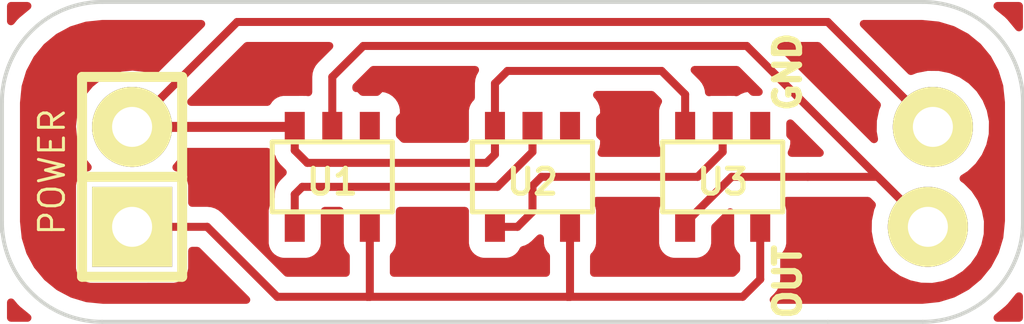
<source format=kicad_pcb>
(kicad_pcb (version 3) (host pcbnew "(2013-june-11)-stable")

  (general
    (links 11)
    (no_connects 0)
    (area 223.930482 130.570112 249.665066 141.209888)
    (thickness 1.6)
    (drawings 11)
    (tracks 47)
    (zones 0)
    (modules 6)
    (nets 6)
  )

  (page A4)
  (layers
    (15 F.Cu signal)
    (0 B.Cu signal)
    (16 B.Adhes user)
    (17 F.Adhes user)
    (18 B.Paste user)
    (19 F.Paste user)
    (20 B.SilkS user)
    (21 F.SilkS user)
    (22 B.Mask user)
    (23 F.Mask user)
    (24 Dwgs.User user)
    (25 Cmts.User user)
    (26 Eco1.User user)
    (27 Eco2.User user)
    (28 Edge.Cuts user)
  )

  (setup
    (last_trace_width 0.2032)
    (trace_clearance 0.4064)
    (zone_clearance 0.4064)
    (zone_45_only no)
    (trace_min 0.2032)
    (segment_width 0.2)
    (edge_width 0.1)
    (via_size 0.889)
    (via_drill 0.635)
    (via_min_size 0.889)
    (via_min_drill 0.508)
    (uvia_size 0.508)
    (uvia_drill 0.127)
    (uvias_allowed no)
    (uvia_min_size 0.508)
    (uvia_min_drill 0.127)
    (pcb_text_width 0.3)
    (pcb_text_size 1.5 1.5)
    (mod_edge_width 0.15)
    (mod_text_size 1 1)
    (mod_text_width 0.15)
    (pad_size 2.032 2.032)
    (pad_drill 1.016)
    (pad_to_mask_clearance 0)
    (aux_axis_origin 0 0)
    (visible_elements FFFFFF3F)
    (pcbplotparams
      (layerselection 284196865)
      (usegerberextensions true)
      (excludeedgelayer true)
      (linewidth 0.150000)
      (plotframeref false)
      (viasonmask false)
      (mode 1)
      (useauxorigin false)
      (hpglpennumber 1)
      (hpglpenspeed 20)
      (hpglpendiameter 15)
      (hpglpenoverlay 2)
      (psnegative false)
      (psa4output false)
      (plotreference true)
      (plotvalue true)
      (plotothertext true)
      (plotinvisibletext false)
      (padsonsilk false)
      (subtractmaskfromsilk false)
      (outputformat 1)
      (mirror false)
      (drillshape 0)
      (scaleselection 1)
      (outputdirectory gerbers/))
  )

  (net 0 "")
  (net 1 +3.3V)
  (net 2 GND)
  (net 3 "Net-(OUTPUT1-Pad1)")
  (net 4 "Net-(U1-Pad4)")
  (net 5 "Net-(U2-Pad4)")

  (net_class Default "This is the default net class."
    (clearance 0.4064)
    (trace_width 0.2032)
    (via_dia 0.889)
    (via_drill 0.635)
    (uvia_dia 0.508)
    (uvia_drill 0.127)
    (add_net "")
    (add_net +3.3V)
    (add_net GND)
    (add_net "Net-(OUTPUT1-Pad1)")
    (add_net "Net-(U1-Pad4)")
    (add_net "Net-(U2-Pad4)")
  )

  (module Pin_Headers:Pin_Header_Straight_1x02 (layer F.Cu) (tedit 54E78CBE) (tstamp 54E548E6)
    (at 227.33 135.89 90)
    (descr "1 pin")
    (tags "CONN DEV")
    (path /54E54842)
    (fp_text reference POWER (at 0.127 -2.032 90) (layer F.SilkS)
      (effects (font (size 0.635 0.635) (thickness 0.0762)))
    )
    (fp_text value BATTERY (at 0 0 90) (layer F.SilkS) hide
      (effects (font (size 1.27 1.27) (thickness 0.2032)))
    )
    (fp_line (start 0 -1.27) (end 0 1.27) (layer F.SilkS) (width 0.254))
    (fp_line (start -2.54 -1.27) (end -2.54 1.27) (layer F.SilkS) (width 0.254))
    (fp_line (start -2.54 1.27) (end 0 1.27) (layer F.SilkS) (width 0.254))
    (fp_line (start 0 1.27) (end 2.54 1.27) (layer F.SilkS) (width 0.254))
    (fp_line (start 2.54 1.27) (end 2.54 -1.27) (layer F.SilkS) (width 0.254))
    (fp_line (start 2.54 -1.27) (end -2.54 -1.27) (layer F.SilkS) (width 0.254))
    (pad 1 thru_hole rect (at -1.27 0 90) (size 2.032 2.032) (drill 1.016)
      (layers *.Cu *.Mask F.SilkS)
      (net 1 +3.3V)
    )
    (pad 2 thru_hole oval (at 1.27 0 90) (size 2.032 2.032) (drill 1.016)
      (layers *.Cu *.Mask F.SilkS)
      (net 2 GND)
    )
    (model Pin_Headers/Pin_Header_Straight_1x02.wrl
      (at (xyz 0 0 0))
      (scale (xyz 1 1 1))
      (rotate (xyz 0 0 0))
    )
  )

  (module SMD_Packages:SOT23-5 (layer F.Cu) (tedit 54E7610A) (tstamp 54E54E5B)
    (at 232.41 135.89 180)
    (path /54E54BA7)
    (attr smd)
    (fp_text reference U1 (at 0 -0.127 180) (layer F.SilkS)
      (effects (font (size 0.635 0.635) (thickness 0.127)))
    )
    (fp_text value 74AHC1G14 (at 0 0 180) (layer F.SilkS) hide
      (effects (font (size 0.635 0.635) (thickness 0.127)))
    )
    (fp_line (start 1.524 -0.889) (end 1.524 0.889) (layer F.SilkS) (width 0.127))
    (fp_line (start 1.524 0.889) (end -1.524 0.889) (layer F.SilkS) (width 0.127))
    (fp_line (start -1.524 0.889) (end -1.524 -0.889) (layer F.SilkS) (width 0.127))
    (fp_line (start -1.524 -0.889) (end 1.524 -0.889) (layer F.SilkS) (width 0.127))
    (pad 1 smd rect (at -0.9525 1.27 180) (size 0.508 0.762)
      (layers F.Cu F.Paste F.Mask)
    )
    (pad 3 smd rect (at 0.9525 1.27 180) (size 0.508 0.762)
      (layers F.Cu F.Paste F.Mask)
      (net 2 GND)
    )
    (pad 5 smd rect (at -0.9525 -1.27 180) (size 0.508 0.762)
      (layers F.Cu F.Paste F.Mask)
      (net 1 +3.3V)
    )
    (pad 2 smd rect (at 0 1.27 180) (size 0.508 0.762)
      (layers F.Cu F.Paste F.Mask)
      (net 3 "Net-(OUTPUT1-Pad1)")
    )
    (pad 4 smd rect (at 0.9525 -1.27 180) (size 0.508 0.762)
      (layers F.Cu F.Paste F.Mask)
      (net 4 "Net-(U1-Pad4)")
    )
    (model smd/SOT23_5.wrl
      (at (xyz 0 0 0))
      (scale (xyz 0.1 0.1 0.1))
      (rotate (xyz 0 0 0))
    )
  )

  (module SMD_Packages:SOT23-5 (layer F.Cu) (tedit 54E76111) (tstamp 54E54E68)
    (at 237.49 135.89 180)
    (path /54E54BB9)
    (attr smd)
    (fp_text reference U2 (at 0 -0.127 180) (layer F.SilkS)
      (effects (font (size 0.635 0.635) (thickness 0.127)))
    )
    (fp_text value 74AHC1G14 (at 0 0 180) (layer F.SilkS) hide
      (effects (font (size 0.635 0.635) (thickness 0.127)))
    )
    (fp_line (start 1.524 -0.889) (end 1.524 0.889) (layer F.SilkS) (width 0.127))
    (fp_line (start 1.524 0.889) (end -1.524 0.889) (layer F.SilkS) (width 0.127))
    (fp_line (start -1.524 0.889) (end -1.524 -0.889) (layer F.SilkS) (width 0.127))
    (fp_line (start -1.524 -0.889) (end 1.524 -0.889) (layer F.SilkS) (width 0.127))
    (pad 1 smd rect (at -0.9525 1.27 180) (size 0.508 0.762)
      (layers F.Cu F.Paste F.Mask)
    )
    (pad 3 smd rect (at 0.9525 1.27 180) (size 0.508 0.762)
      (layers F.Cu F.Paste F.Mask)
      (net 2 GND)
    )
    (pad 5 smd rect (at -0.9525 -1.27 180) (size 0.508 0.762)
      (layers F.Cu F.Paste F.Mask)
      (net 1 +3.3V)
    )
    (pad 2 smd rect (at 0 1.27 180) (size 0.508 0.762)
      (layers F.Cu F.Paste F.Mask)
      (net 4 "Net-(U1-Pad4)")
    )
    (pad 4 smd rect (at 0.9525 -1.27 180) (size 0.508 0.762)
      (layers F.Cu F.Paste F.Mask)
      (net 5 "Net-(U2-Pad4)")
    )
    (model smd/SOT23_5.wrl
      (at (xyz 0 0 0))
      (scale (xyz 0.1 0.1 0.1))
      (rotate (xyz 0 0 0))
    )
  )

  (module SMD_Packages:SOT23-5 (layer F.Cu) (tedit 54E76116) (tstamp 54E54E75)
    (at 242.316 135.89 180)
    (path /54E54BC4)
    (attr smd)
    (fp_text reference U3 (at 0 -0.127 180) (layer F.SilkS)
      (effects (font (size 0.635 0.635) (thickness 0.127)))
    )
    (fp_text value 74AHC1G14 (at 0 0 180) (layer F.SilkS) hide
      (effects (font (size 0.635 0.635) (thickness 0.127)))
    )
    (fp_line (start 1.524 -0.889) (end 1.524 0.889) (layer F.SilkS) (width 0.127))
    (fp_line (start 1.524 0.889) (end -1.524 0.889) (layer F.SilkS) (width 0.127))
    (fp_line (start -1.524 0.889) (end -1.524 -0.889) (layer F.SilkS) (width 0.127))
    (fp_line (start -1.524 -0.889) (end 1.524 -0.889) (layer F.SilkS) (width 0.127))
    (pad 1 smd rect (at -0.9525 1.27 180) (size 0.508 0.762)
      (layers F.Cu F.Paste F.Mask)
    )
    (pad 3 smd rect (at 0.9525 1.27 180) (size 0.508 0.762)
      (layers F.Cu F.Paste F.Mask)
      (net 2 GND)
    )
    (pad 5 smd rect (at -0.9525 -1.27 180) (size 0.508 0.762)
      (layers F.Cu F.Paste F.Mask)
      (net 1 +3.3V)
    )
    (pad 2 smd rect (at 0 1.27 180) (size 0.508 0.762)
      (layers F.Cu F.Paste F.Mask)
      (net 5 "Net-(U2-Pad4)")
    )
    (pad 4 smd rect (at 0.9525 -1.27 180) (size 0.508 0.762)
      (layers F.Cu F.Paste F.Mask)
      (net 3 "Net-(OUTPUT1-Pad1)")
    )
    (model smd/SOT23_5.wrl
      (at (xyz 0 0 0))
      (scale (xyz 0.1 0.1 0.1))
      (rotate (xyz 0 0 0))
    )
  )

  (module Connect:1pin (layer F.Cu) (tedit 54E76015) (tstamp 54E75C57)
    (at 247.523 137.16)
    (descr "module 1 pin (ou trou mecanique de percage)")
    (tags DEV)
    (path /54E547BF)
    (fp_text reference OUTPUT1 (at -6.096 1.651) (layer F.SilkS) hide
      (effects (font (size 1.016 1.016) (thickness 0.254)))
    )
    (fp_text value CONN_1 (at 0 2.794) (layer F.SilkS) hide
      (effects (font (size 1.016 1.016) (thickness 0.254)))
    )
    (pad 1 thru_hole circle (at 0 0) (size 2.032 2.032) (drill 1.016)
      (layers *.Cu *.Mask F.SilkS)
      (net 3 "Net-(OUTPUT1-Pad1)")
    )
  )

  (module Connect:1pin (layer F.Cu) (tedit 54E76015) (tstamp 54E75C49)
    (at 247.65 134.62)
    (descr "module 1 pin (ou trou mecanique de percage)")
    (tags DEV)
    (path /54E55124)
    (fp_text reference GND1 (at -6.096 1.651) (layer F.SilkS) hide
      (effects (font (size 1.016 1.016) (thickness 0.254)))
    )
    (fp_text value CONN_1 (at 0 2.794) (layer F.SilkS) hide
      (effects (font (size 1.016 1.016) (thickness 0.254)))
    )
    (pad 1 thru_hole circle (at 0 0) (size 2.032 2.032) (drill 1.016)
      (layers *.Cu *.Mask F.SilkS)
      (net 2 GND)
    )
  )

  (gr_line (start 249.936 133.985) (end 249.936 137.033) (angle 90) (layer Edge.Cuts) (width 0.1))
  (gr_line (start 224.028 133.985) (end 224.028 137.287) (angle 90) (layer Edge.Cuts) (width 0.1))
  (gr_line (start 226.568 131.445) (end 247.396 131.445) (angle 90) (layer Edge.Cuts) (width 0.1))
  (gr_line (start 244.983 139.573) (end 247.396 139.573) (angle 90) (layer Edge.Cuts) (width 0.1))
  (gr_line (start 244.983 139.573) (end 226.568 139.573) (angle 90) (layer Edge.Cuts) (width 0.1))
  (gr_arc (start 247.396 133.985) (end 247.396 131.445) (angle 90) (layer Edge.Cuts) (width 0.1))
  (gr_arc (start 247.396 137.033) (end 249.936 137.033) (angle 90) (layer Edge.Cuts) (width 0.1))
  (gr_arc (start 226.568 137.033) (end 226.568 139.573) (angle 90) (layer Edge.Cuts) (width 0.1))
  (gr_arc (start 226.568 133.985) (end 224.028 133.985) (angle 90) (layer Edge.Cuts) (width 0.1))
  (gr_text GND (at 243.967 133.223 90) (layer F.SilkS)
    (effects (font (size 0.635 0.635) (thickness 0.15875)))
  )
  (gr_text OUT (at 243.967 138.557 90) (layer F.SilkS)
    (effects (font (size 0.635 0.635) (thickness 0.15875)))
  )

  (segment (start 233.3625 137.16) (end 233.3625 138.938) (width 0.2032) (layer F.Cu) (net 1))
  (segment (start 233.3625 138.938) (end 233.299 138.938) (width 0.2032) (layer F.Cu) (net 1) (tstamp 54E78647))
  (segment (start 238.4425 137.16) (end 238.4425 138.938) (width 0.2032) (layer F.Cu) (net 1))
  (segment (start 238.4425 138.938) (end 238.379 138.938) (width 0.2032) (layer F.Cu) (net 1) (tstamp 54E78642))
  (segment (start 227.33 137.16) (end 229.235 137.16) (width 0.2032) (layer F.Cu) (net 1))
  (segment (start 243.2685 138.4935) (end 243.2685 137.16) (width 0.2032) (layer F.Cu) (net 1) (tstamp 54E7863E))
  (segment (start 242.824 138.938) (end 243.2685 138.4935) (width 0.2032) (layer F.Cu) (net 1) (tstamp 54E7863C))
  (segment (start 231.013 138.938) (end 233.299 138.938) (width 0.2032) (layer F.Cu) (net 1) (tstamp 54E7863A))
  (segment (start 233.299 138.938) (end 238.379 138.938) (width 0.2032) (layer F.Cu) (net 1) (tstamp 54E7864A))
  (segment (start 238.379 138.938) (end 242.824 138.938) (width 0.2032) (layer F.Cu) (net 1) (tstamp 54E78645))
  (segment (start 229.235 137.16) (end 231.013 138.938) (width 0.2032) (layer F.Cu) (net 1) (tstamp 54E78634))
  (segment (start 247.65 134.62) (end 244.983 131.953) (width 0.2032) (layer F.Cu) (net 2))
  (segment (start 229.997 131.953) (end 227.33 134.62) (width 0.2032) (layer F.Cu) (net 2) (tstamp 54E78B44))
  (segment (start 233.045 131.953) (end 229.997 131.953) (width 0.2032) (layer F.Cu) (net 2) (tstamp 54E78B40))
  (segment (start 244.983 131.953) (end 233.045 131.953) (width 0.2032) (layer F.Cu) (net 2) (tstamp 54E78B33))
  (segment (start 231.4575 134.62) (end 231.4575 135.216898) (width 0.2032) (layer F.Cu) (net 2))
  (segment (start 236.5375 135.3185) (end 236.5375 134.62) (width 0.2032) (layer F.Cu) (net 2) (tstamp 54E78A16))
  (segment (start 236.321602 135.534398) (end 236.5375 135.3185) (width 0.2032) (layer F.Cu) (net 2) (tstamp 54E78A13))
  (segment (start 231.775 135.534398) (end 236.321602 135.534398) (width 0.2032) (layer F.Cu) (net 2) (tstamp 54E78A0B))
  (segment (start 231.4575 135.216898) (end 231.775 135.534398) (width 0.2032) (layer F.Cu) (net 2) (tstamp 54E78A08))
  (segment (start 236.5375 134.62) (end 236.5375 133.515102) (width 0.2032) (layer F.Cu) (net 2))
  (segment (start 241.3635 133.7945) (end 241.3635 134.62) (width 0.2032) (layer F.Cu) (net 2) (tstamp 54E78984))
  (segment (start 240.766602 133.197602) (end 241.3635 133.7945) (width 0.2032) (layer F.Cu) (net 2) (tstamp 54E78983))
  (segment (start 236.855 133.197602) (end 240.766602 133.197602) (width 0.2032) (layer F.Cu) (net 2) (tstamp 54E78981))
  (segment (start 236.5375 133.515102) (end 236.855 133.197602) (width 0.2032) (layer F.Cu) (net 2) (tstamp 54E7897C))
  (segment (start 227.33 134.62) (end 231.4575 134.62) (width 0.254) (layer F.Cu) (net 2))
  (segment (start 232.41 134.62) (end 232.41 133.35) (width 0.2032) (layer F.Cu) (net 3))
  (segment (start 242.925602 132.562602) (end 247.523 137.16) (width 0.2032) (layer F.Cu) (net 3) (tstamp 54E78BA2))
  (segment (start 233.197398 132.562602) (end 242.925602 132.562602) (width 0.2032) (layer F.Cu) (net 3) (tstamp 54E78B9D))
  (segment (start 232.41 133.35) (end 233.197398 132.562602) (width 0.2032) (layer F.Cu) (net 3) (tstamp 54E78B9A))
  (segment (start 244.475 135.89) (end 246.253 135.89) (width 0.2032) (layer F.Cu) (net 3))
  (segment (start 241.3635 137.069608) (end 242.543108 135.89) (width 0.2032) (layer F.Cu) (net 3) (tstamp 54E78948))
  (segment (start 242.543108 135.89) (end 244.475 135.89) (width 0.2032) (layer F.Cu) (net 3) (tstamp 54E78957))
  (segment (start 241.3635 137.16) (end 241.3635 137.069608) (width 0.2032) (layer F.Cu) (net 3))
  (segment (start 246.253 135.89) (end 247.523 137.16) (width 0.2032) (layer F.Cu) (net 3) (tstamp 54E7895C))
  (segment (start 231.4575 137.16) (end 231.4575 136.3345) (width 0.2032) (layer F.Cu) (net 4))
  (segment (start 237.49 135.255) (end 237.49 134.62) (width 0.2032) (layer F.Cu) (net 4) (tstamp 54E785ED))
  (segment (start 236.601 136.144) (end 237.49 135.255) (width 0.2032) (layer F.Cu) (net 4) (tstamp 54E785EA))
  (segment (start 231.648 136.144) (end 236.601 136.144) (width 0.2032) (layer F.Cu) (net 4) (tstamp 54E785E5))
  (segment (start 231.4575 136.3345) (end 231.648 136.144) (width 0.2032) (layer F.Cu) (net 4) (tstamp 54E785E3))
  (segment (start 236.5375 137.16) (end 237.109 137.16) (width 0.2032) (layer F.Cu) (net 5))
  (segment (start 242.316 135.255) (end 242.316 134.62) (width 0.2032) (layer F.Cu) (net 5) (tstamp 54E78BCF))
  (segment (start 241.681 135.89) (end 242.316 135.255) (width 0.2032) (layer F.Cu) (net 5) (tstamp 54E78BCC))
  (segment (start 237.717108 135.89) (end 241.681 135.89) (width 0.2032) (layer F.Cu) (net 5) (tstamp 54E78BC9))
  (segment (start 237.49 136.117108) (end 237.717108 135.89) (width 0.2032) (layer F.Cu) (net 5) (tstamp 54E78BC6))
  (segment (start 237.49 136.779) (end 237.49 136.117108) (width 0.2032) (layer F.Cu) (net 5) (tstamp 54E78BC4))
  (segment (start 237.109 137.16) (end 237.49 136.779) (width 0.2032) (layer F.Cu) (net 5) (tstamp 54E78BBE))

  (zone (net 0) (net_name "") (layer F.Cu) (tstamp 54E786C9) (hatch edge 0.508)
    (connect_pads (clearance 0.4064))
    (min_thickness 0.2032)
    (fill (arc_segments 32) (thermal_gap 0.508) (thermal_bridge_width 0.508))
    (polygon
      (pts
        (xy 249.936 139.573) (xy 224.155 139.573) (xy 224.155 131.445) (xy 249.936 131.445)
      )
    )
    (filled_polygon
      (pts
        (xy 224.674349 131.5466) (xy 224.410007 131.765283) (xy 224.374362 131.801177) (xy 224.338237 131.836554) (xy 224.333271 131.842557)
        (xy 224.2566 131.936564) (xy 224.2566 131.5466) (xy 224.674349 131.5466)
      )
    )
    (filled_polygon
      (pts
        (xy 224.675281 139.4714) (xy 224.2566 139.4714) (xy 224.2566 139.080166) (xy 224.348283 139.190992) (xy 224.384138 139.226598)
        (xy 224.419553 139.262763) (xy 224.425557 139.267729) (xy 224.675281 139.4714)
      )
    )
    (filled_polygon
      (pts
        (xy 230.227895 139.015) (xy 226.59529 139.015) (xy 226.183544 138.974627) (xy 225.813739 138.862977) (xy 225.472656 138.68162)
        (xy 225.173304 138.437474) (xy 224.927064 138.139822) (xy 224.743334 137.800019) (xy 224.629103 137.430998) (xy 224.586 137.0209)
        (xy 224.586 134.012291) (xy 224.626372 133.600545) (xy 224.738023 133.230739) (xy 224.919379 132.889656) (xy 225.16353 132.590299)
        (xy 225.461173 132.344067) (xy 225.800981 132.160333) (xy 226.170005 132.046102) (xy 226.580098 132.003) (xy 229.084895 132.003)
        (xy 227.889734 133.198161) (xy 227.636443 133.119754) (xy 227.340639 133.088664) (xy 227.044431 133.115621) (xy 226.7591 133.199599)
        (xy 226.495514 133.337398) (xy 226.263713 133.523771) (xy 226.072527 133.751617) (xy 225.929238 134.01226) (xy 225.839303 134.29577)
        (xy 225.806149 134.591349) (xy 225.806 134.612627) (xy 225.806 134.627373) (xy 225.835024 134.923386) (xy 225.920992 135.208124)
        (xy 226.060628 135.470742) (xy 226.204956 135.647706) (xy 226.166462 135.655329) (xy 226.074355 135.693293) (xy 225.991376 135.748424)
        (xy 225.920686 135.818622) (xy 225.864977 135.901214) (xy 225.826371 135.993054) (xy 225.806339 136.090643) (xy 225.805644 136.190264)
        (xy 225.805979 138.225812) (xy 225.825329 138.323538) (xy 225.863293 138.415645) (xy 225.918424 138.498624) (xy 225.988622 138.569314)
        (xy 226.071214 138.625023) (xy 226.163054 138.663629) (xy 226.260643 138.683661) (xy 226.360264 138.684356) (xy 228.395812 138.684021)
        (xy 228.493538 138.664671) (xy 228.585645 138.626707) (xy 228.668624 138.571576) (xy 228.739314 138.501378) (xy 228.795023 138.418786)
        (xy 228.833629 138.326946) (xy 228.853661 138.229357) (xy 228.854356 138.129736) (xy 228.854296 137.7696) (xy 228.982495 137.7696)
        (xy 230.227895 139.015)
      )
    )
    (filled_polygon
      (pts
        (xy 232.335295 132.5626) (xy 231.978948 132.918948) (xy 231.94323 132.962431) (xy 231.907011 133.005596) (xy 231.905466 133.008404)
        (xy 231.903432 133.010882) (xy 231.876826 133.060501) (xy 231.849695 133.109853) (xy 231.848725 133.112909) (xy 231.847211 133.115734)
        (xy 231.830757 133.169552) (xy 231.813721 133.223257) (xy 231.813363 133.226445) (xy 231.812427 133.229508) (xy 231.806742 133.285473)
        (xy 231.800459 133.341489) (xy 231.800415 133.347758) (xy 231.800404 133.347872) (xy 231.800414 133.347977) (xy 231.8004 133.35)
        (xy 231.8004 133.738634) (xy 231.764857 133.731339) (xy 231.665236 133.730644) (xy 231.153688 133.730979) (xy 231.055962 133.750329)
        (xy 230.963855 133.788293) (xy 230.880876 133.843424) (xy 230.810186 133.913622) (xy 230.76204 133.985) (xy 228.827104 133.985)
        (xy 230.249504 132.5626) (xy 232.335295 132.5626)
      )
    )
    (filled_polygon
      (pts
        (xy 232.7529 138.3284) (xy 231.265504 138.3284) (xy 229.666052 136.728948) (xy 229.622568 136.69323) (xy 229.579404 136.657011)
        (xy 229.576595 136.655466) (xy 229.574118 136.653432) (xy 229.524498 136.626826) (xy 229.475147 136.599695) (xy 229.47209 136.598725)
        (xy 229.469266 136.597211) (xy 229.415447 136.580757) (xy 229.361743 136.563721) (xy 229.358554 136.563363) (xy 229.355492 136.562427)
        (xy 229.299526 136.556742) (xy 229.243511 136.550459) (xy 229.237241 136.550415) (xy 229.237128 136.550404) (xy 229.237022 136.550414)
        (xy 229.235 136.5504) (xy 228.854096 136.5504) (xy 228.854021 136.094188) (xy 228.834671 135.996462) (xy 228.796707 135.904355)
        (xy 228.741576 135.821376) (xy 228.671378 135.750686) (xy 228.588786 135.694977) (xy 228.496946 135.656371) (xy 228.453924 135.647539)
        (xy 228.587473 135.488383) (xy 228.715775 135.255) (xy 230.76233 135.255) (xy 230.807924 135.323624) (xy 230.876914 135.393098)
        (xy 230.891495 135.443284) (xy 230.89297 135.44613) (xy 230.893897 135.449199) (xy 230.92032 135.498893) (xy 230.946246 135.54891)
        (xy 230.948247 135.551417) (xy 230.949751 135.554245) (xy 230.985308 135.597842) (xy 231.020471 135.64189) (xy 231.024871 135.646351)
        (xy 231.024946 135.646443) (xy 231.02503 135.646513) (xy 231.026448 135.64795) (xy 231.154196 135.775698) (xy 231.026448 135.903448)
        (xy 230.99073 135.946931) (xy 230.954511 135.990096) (xy 230.952966 135.992904) (xy 230.950932 135.995382) (xy 230.924326 136.045001)
        (xy 230.897195 136.094353) (xy 230.896225 136.097409) (xy 230.894711 136.100234) (xy 230.878257 136.154052) (xy 230.861221 136.207757)
        (xy 230.860863 136.210945) (xy 230.859927 136.214008) (xy 230.854242 136.269973) (xy 230.847959 136.325989) (xy 230.847915 136.332258)
        (xy 230.847904 136.332372) (xy 230.847914 136.332477) (xy 230.8479 136.3345) (xy 230.8479 136.41617) (xy 230.810186 136.453622)
        (xy 230.754477 136.536214) (xy 230.715871 136.628054) (xy 230.695839 136.725643) (xy 230.695144 136.825264) (xy 230.695479 137.590812)
        (xy 230.714829 137.688538) (xy 230.752793 137.780645) (xy 230.807924 137.863624) (xy 230.878122 137.934314) (xy 230.960714 137.990023)
        (xy 231.052554 138.028629) (xy 231.150143 138.048661) (xy 231.249764 138.049356) (xy 231.761312 138.049021) (xy 231.859038 138.029671)
        (xy 231.951145 137.991707) (xy 232.034124 137.936576) (xy 232.104814 137.866378) (xy 232.160523 137.783786) (xy 232.199129 137.691946)
        (xy 232.219161 137.594357) (xy 232.219856 137.494736) (xy 232.219531 136.7536) (xy 232.600643 136.7536) (xy 232.600144 136.825264)
        (xy 232.600479 137.590812) (xy 232.619829 137.688538) (xy 232.657793 137.780645) (xy 232.712924 137.863624) (xy 232.7529 137.90388)
        (xy 232.7529 138.3284)
      )
    )
    (filled_polygon
      (pts
        (xy 236.033684 133.172202) (xy 236.032966 133.173506) (xy 236.030932 133.175984) (xy 236.004326 133.225603) (xy 235.977195 133.274955)
        (xy 235.976225 133.278011) (xy 235.974711 133.280836) (xy 235.958257 133.334654) (xy 235.941221 133.388359) (xy 235.940863 133.391547)
        (xy 235.939927 133.39461) (xy 235.934242 133.450575) (xy 235.927959 133.506591) (xy 235.927915 133.51286) (xy 235.927904 133.512974)
        (xy 235.927914 133.513079) (xy 235.9279 133.515102) (xy 235.9279 133.87617) (xy 235.890186 133.913622) (xy 235.834477 133.996214)
        (xy 235.795871 134.088054) (xy 235.775839 134.185643) (xy 235.775144 134.285264) (xy 235.775423 134.924798) (xy 234.226098 134.924798)
        (xy 234.124798 134.823498) (xy 234.12462 134.416679) (xy 234.2261 134.3152) (xy 234.226528 134.294517) (xy 234.225694 134.174971)
        (xy 234.201655 134.057864) (xy 234.155328 133.947656) (xy 234.088477 133.848546) (xy 234.003649 133.764308) (xy 233.904074 133.698151)
        (xy 233.793546 133.652594) (xy 233.676274 133.629374) (xy 233.6419 133.6294) (xy 233.540636 133.730663) (xy 233.184596 133.730896)
        (xy 233.0831 133.6294) (xy 233.048726 133.629374) (xy 233.0196 133.63514) (xy 233.0196 133.602504) (xy 233.449902 133.172202)
        (xy 236.033684 133.172202)
      )
    )
    (filled_polygon
      (pts
        (xy 237.8329 138.3284) (xy 233.9721 138.3284) (xy 233.9721 137.903829) (xy 234.009814 137.866378) (xy 234.065523 137.783786)
        (xy 234.104129 137.691946) (xy 234.124161 137.594357) (xy 234.124856 137.494736) (xy 234.124531 136.7536) (xy 235.775643 136.7536)
        (xy 235.775144 136.825264) (xy 235.775479 137.590812) (xy 235.794829 137.688538) (xy 235.832793 137.780645) (xy 235.887924 137.863624)
        (xy 235.958122 137.934314) (xy 236.040714 137.990023) (xy 236.132554 138.028629) (xy 236.230143 138.048661) (xy 236.329764 138.049356)
        (xy 236.841312 138.049021) (xy 236.939038 138.029671) (xy 237.031145 137.991707) (xy 237.114124 137.936576) (xy 237.184814 137.866378)
        (xy 237.240523 137.783786) (xy 237.254849 137.749703) (xy 237.2813 137.741718) (xy 237.335386 137.726005) (xy 237.338232 137.724529)
        (xy 237.341301 137.723603) (xy 237.390995 137.697179) (xy 237.441012 137.671254) (xy 237.443519 137.669252) (xy 237.446347 137.667749)
        (xy 237.489944 137.632191) (xy 237.533992 137.597029) (xy 237.538453 137.592628) (xy 237.538545 137.592554) (xy 237.538615 137.592469)
        (xy 237.540052 137.591052) (xy 237.680417 137.450686) (xy 237.680479 137.590812) (xy 237.699829 137.688538) (xy 237.737793 137.780645)
        (xy 237.792924 137.863624) (xy 237.8329 137.90388) (xy 237.8329 138.3284)
      )
    )
    (filled_polygon
      (pts
        (xy 240.685206 135.2804) (xy 239.240348 135.2804) (xy 239.281655 135.182136) (xy 239.305694 135.065029) (xy 239.306528 134.945483)
        (xy 239.3061 134.9248) (xy 239.204798 134.823498) (xy 239.20462 134.416679) (xy 239.3061 134.3152) (xy 239.306528 134.294517)
        (xy 239.305694 134.174971) (xy 239.281655 134.057864) (xy 239.235328 133.947656) (xy 239.168477 133.848546) (xy 239.126843 133.807202)
        (xy 240.514098 133.807202) (xy 240.677649 133.970753) (xy 240.660477 133.996214) (xy 240.621871 134.088054) (xy 240.601839 134.185643)
        (xy 240.601144 134.285264) (xy 240.601479 135.050812) (xy 240.620829 135.148538) (xy 240.658793 135.240645) (xy 240.685206 135.2804)
      )
    )
    (filled_polygon
      (pts
        (xy 242.6589 138.240995) (xy 242.571495 138.3284) (xy 239.0521 138.3284) (xy 239.0521 137.903829) (xy 239.089814 137.866378)
        (xy 239.145523 137.783786) (xy 239.184129 137.691946) (xy 239.204161 137.594357) (xy 239.204856 137.494736) (xy 239.204521 136.729188)
        (xy 239.185171 136.631462) (xy 239.147207 136.539355) (xy 239.120793 136.4996) (xy 240.685173 136.4996) (xy 240.660477 136.536214)
        (xy 240.621871 136.628054) (xy 240.601839 136.725643) (xy 240.601144 136.825264) (xy 240.601479 137.590812) (xy 240.620829 137.688538)
        (xy 240.658793 137.780645) (xy 240.713924 137.863624) (xy 240.784122 137.934314) (xy 240.866714 137.990023) (xy 240.958554 138.028629)
        (xy 241.056143 138.048661) (xy 241.155764 138.049356) (xy 241.667312 138.049021) (xy 241.765038 138.029671) (xy 241.857145 137.991707)
        (xy 241.940124 137.936576) (xy 242.010814 137.866378) (xy 242.066523 137.783786) (xy 242.105129 137.691946) (xy 242.125161 137.594357)
        (xy 242.125856 137.494736) (xy 242.125713 137.169498) (xy 242.506398 136.788814) (xy 242.506144 136.825264) (xy 242.506479 137.590812)
        (xy 242.525829 137.688538) (xy 242.563793 137.780645) (xy 242.618924 137.863624) (xy 242.6589 137.90388) (xy 242.6589 138.240995)
      )
    )
    (filled_polygon
      (pts
        (xy 243.231699 133.730804) (xy 243.090596 133.730896) (xy 242.9891 133.6294) (xy 242.954726 133.629374) (xy 242.837454 133.652594)
        (xy 242.726926 133.698151) (xy 242.664318 133.739747) (xy 242.623357 133.731339) (xy 242.523736 133.730644) (xy 242.012188 133.730979)
        (xy 241.967734 133.73978) (xy 241.967606 133.73847) (xy 241.962697 133.682363) (xy 241.961802 133.679285) (xy 241.96149 133.676095)
        (xy 241.945218 133.622199) (xy 241.929505 133.568114) (xy 241.928029 133.565267) (xy 241.927103 133.562199) (xy 241.900679 133.512504)
        (xy 241.874754 133.462488) (xy 241.872752 133.45998) (xy 241.871249 133.457153) (xy 241.835711 133.413579) (xy 241.800529 133.369507)
        (xy 241.796127 133.365045) (xy 241.796054 133.364955) (xy 241.79597 133.364885) (xy 241.794552 133.363448) (xy 241.603306 133.172202)
        (xy 242.673097 133.172202) (xy 243.231699 133.730804)
      )
    )
    (filled_polygon
      (pts
        (xy 244.781295 135.2804) (xy 244.475 135.2804) (xy 244.066348 135.2804) (xy 244.107655 135.182136) (xy 244.131694 135.065029)
        (xy 244.132528 134.945483) (xy 244.1321 134.9248) (xy 244.030798 134.823498) (xy 244.03067 134.529774) (xy 244.781295 135.2804)
      )
    )
    (filled_polygon
      (pts
        (xy 246.230675 134.062779) (xy 246.19031 134.156959) (xy 246.128171 134.449299) (xy 246.123998 134.748142) (xy 246.157885 134.93278)
        (xy 243.787704 132.5626) (xy 244.730495 132.5626) (xy 246.230675 134.062779)
      )
    )
    (filled_polygon
      (pts
        (xy 249.378 137.005709) (xy 249.337627 137.417455) (xy 249.225977 137.78726) (xy 249.04462 138.128343) (xy 248.800474 138.427695)
        (xy 248.502822 138.673935) (xy 248.163019 138.857665) (xy 247.793998 138.971896) (xy 247.3839 139.015) (xy 244.983 139.015)
        (xy 243.609104 139.015) (xy 243.699552 138.924553) (xy 243.735268 138.88107) (xy 243.771489 138.837904) (xy 243.773035 138.835091)
        (xy 243.775067 138.832618) (xy 243.801643 138.783053) (xy 243.828805 138.733647) (xy 243.829775 138.730588) (xy 243.831288 138.727767)
        (xy 243.847723 138.674007) (xy 243.864779 138.620243) (xy 243.865137 138.617051) (xy 243.866072 138.613993) (xy 243.871747 138.558116)
        (xy 243.878041 138.502011) (xy 243.878084 138.495731) (xy 243.878095 138.495628) (xy 243.878085 138.495531) (xy 243.8781 138.4935)
        (xy 243.8781 137.903829) (xy 243.915814 137.866378) (xy 243.971523 137.783786) (xy 244.010129 137.691946) (xy 244.030161 137.594357)
        (xy 244.030856 137.494736) (xy 244.030521 136.729188) (xy 244.011171 136.631462) (xy 243.973207 136.539355) (xy 243.946793 136.4996)
        (xy 244.475 136.4996) (xy 246.000495 136.4996) (xy 246.000496 136.4996) (xy 246.103675 136.602779) (xy 246.06331 136.696959)
        (xy 246.001171 136.989299) (xy 245.996998 137.288142) (xy 246.05095 137.582104) (xy 246.160972 137.859987) (xy 246.322873 138.111209)
        (xy 246.530487 138.326199) (xy 246.775905 138.496769) (xy 247.04978 138.616422) (xy 247.341679 138.680601) (xy 247.640485 138.68686)
        (xy 247.934817 138.634961) (xy 248.213462 138.526882) (xy 248.465807 138.366738) (xy 248.682242 138.160631) (xy 248.854521 137.916409)
        (xy 248.976083 137.643376) (xy 249.042298 137.351932) (xy 249.047064 137.010564) (xy 248.989013 136.717385) (xy 248.875122 136.441064)
        (xy 248.709729 136.192127) (xy 248.499134 135.980057) (xy 248.427428 135.931691) (xy 248.592807 135.826738) (xy 248.809242 135.620631)
        (xy 248.981521 135.376409) (xy 249.103083 135.103376) (xy 249.169298 134.811932) (xy 249.174064 134.470564) (xy 249.116013 134.177385)
        (xy 249.002122 133.901064) (xy 248.836729 133.652127) (xy 248.626134 133.440057) (xy 248.378358 133.27293) (xy 248.102839 133.157113)
        (xy 247.810072 133.097016) (xy 247.511208 133.09493) (xy 247.21763 133.150932) (xy 247.093278 133.201173) (xy 245.895104 132.003)
        (xy 247.368708 132.003) (xy 247.780454 132.043372) (xy 248.15026 132.155023) (xy 248.491343 132.336379) (xy 248.7907 132.58053)
        (xy 249.036932 132.878173) (xy 249.220666 133.217981) (xy 249.334897 133.587005) (xy 249.378 133.997098) (xy 249.378 137.005709)
      )
    )
    (filled_polygon
      (pts
        (xy 249.8344 132.091349) (xy 249.615717 131.827007) (xy 249.579822 131.791362) (xy 249.544446 131.755237) (xy 249.538443 131.750271)
        (xy 249.288717 131.5466) (xy 249.8344 131.5466) (xy 249.8344 132.091349)
      )
    )
    (filled_polygon
      (pts
        (xy 249.8344 139.4714) (xy 249.289649 139.4714) (xy 249.553992 139.252717) (xy 249.589598 139.216861) (xy 249.625763 139.181447)
        (xy 249.630729 139.175443) (xy 249.8344 138.925718) (xy 249.8344 139.4714)
      )
    )
  )
)

</source>
